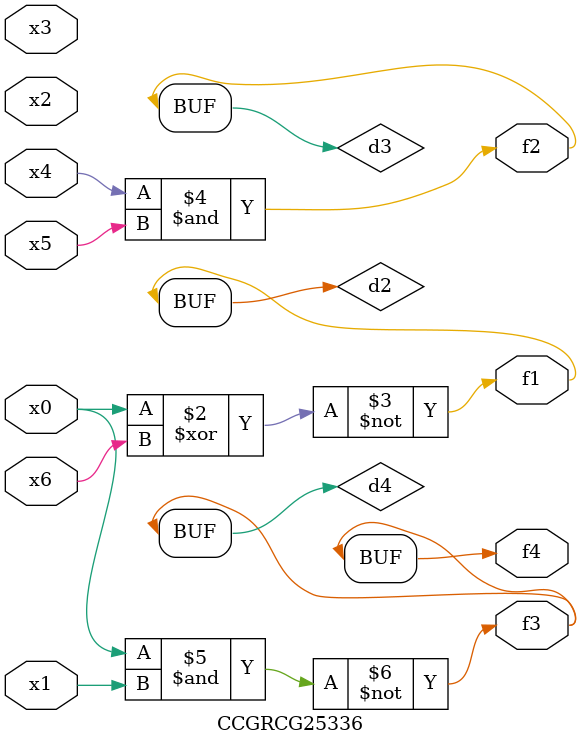
<source format=v>
module CCGRCG25336(
	input x0, x1, x2, x3, x4, x5, x6,
	output f1, f2, f3, f4
);

	wire d1, d2, d3, d4;

	nor (d1, x0);
	xnor (d2, x0, x6);
	and (d3, x4, x5);
	nand (d4, x0, x1);
	assign f1 = d2;
	assign f2 = d3;
	assign f3 = d4;
	assign f4 = d4;
endmodule

</source>
